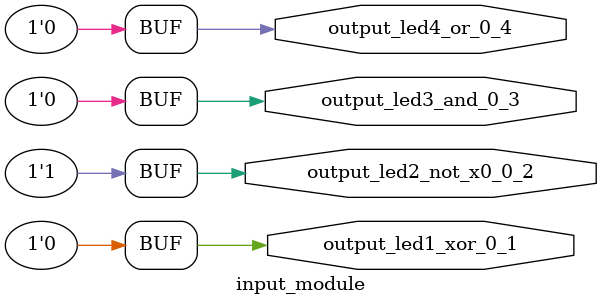
<source format=v>

`timescale 1ns/1ps

module input_module (
    // ========= Input Ports =========

    // ========= Output Ports =========
    output wire output_led1_xor_0_1,
    output wire output_led2_not_x0_0_2,
    output wire output_led3_and_0_3,
    output wire output_led4_or_0_4
);

    // ========= Logic Assignments =========

    // ========= Output Assignments =========
    // ========= Internal Signals =========

    // ========= Logic Assignments =========
    assign output_led1_xor_0_1 = (1'b0 ^ 1'b0); // LED
    assign output_led2_not_x0_0_2 = ~1'b0; // LED
    assign output_led3_and_0_3 = (1'b0 & 1'b0); // LED
    assign output_led4_or_0_4 = (1'b0 | 1'b0); // LED

endmodule // input_module

// ====================================================================
// Module input_module generation completed successfully
// Elements processed: 10
// Inputs: 0, Outputs: 4
// ====================================================================

</source>
